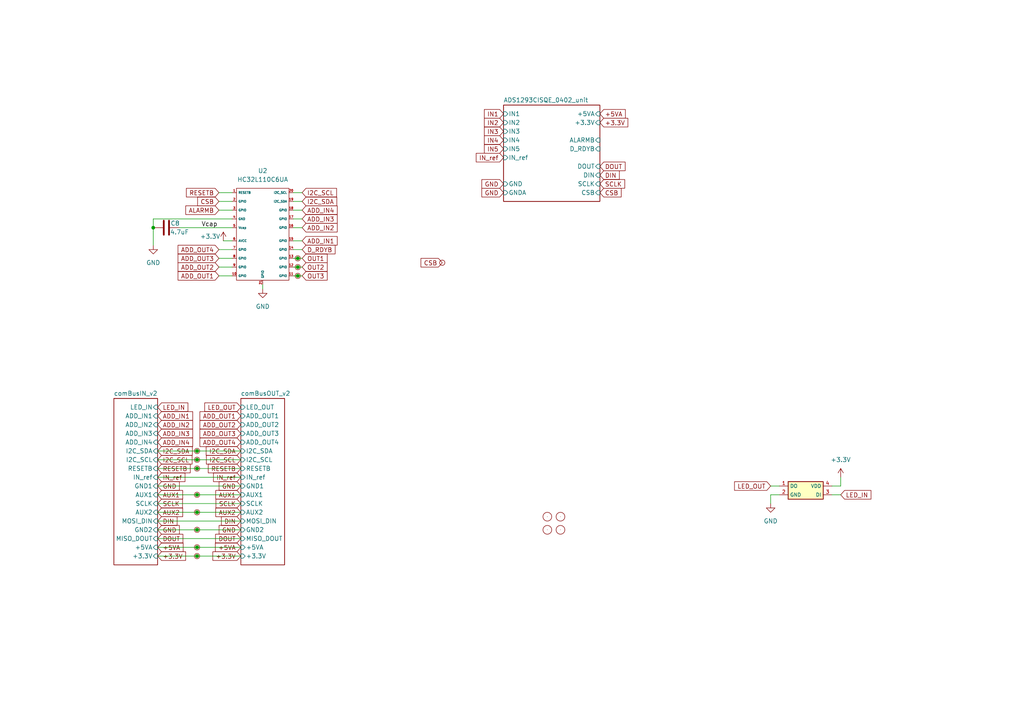
<source format=kicad_sch>
(kicad_sch (version 20230121) (generator eeschema)
  (paper "A4")
  (lib_symbols
    (symbol "Device:C" (pin_numbers hide) (pin_names (offset 0.254))
      (property "Reference" "C" (at 0.635 2.54 0))
      (property "Value" "C" (at 0.635 -2.54 0))
      (symbol "C_0_1"
        (polyline (pts (xy -2.032 -0.762) (xy 2.032 -0.762)) (stroke (width 0.508)))
        (polyline (pts (xy -2.032 0.762) (xy 2.032 0.762)) (stroke (width 0.508)))
      )
      (symbol "C_1_1"
        (pin passive line (at 0 3.81 270) (length 2.794) (name "~") (number "1"))
        (pin passive line (at 0 -3.81 90) (length 2.794) (name "~") (number "2"))
      )
    )
    (symbol "TestPoint_5" (pin_numbers hide) (pin_names (offset 0.762) hide)
      (property "Reference" "TP" (at 0 6.858 0))
      (property "Value" "TestPoint_5" (at 0 5.08 0))
      (symbol "TestPoint_5_0_1"
        (circle (center 0 0) (radius 0.762))
      )
      (symbol "TestPoint_5_1_1"
        (pin passive line (at 0 0 90) (length 0) (name "1") (number "1"))
      )
    )
    (symbol "TestPoint_7" (pin_numbers hide) (pin_names (offset 0.762) hide)
      (property "Reference" "TP" (at 0 6.858 0))
      (property "Value" "TestPoint_7" (at 0 5.08 0))
      (symbol "TestPoint_7_0_1"
        (circle (center 0 0) (radius 0.762))
      )
      (symbol "TestPoint_7_1_1"
        (pin passive line (at 0 0 90) (length 0) (name "1") (number "1"))
      )
    )
    (symbol "XHSC:HC32L110C6UA"
      (property "Reference" "U" (at 0 3.81 0))
      (property "Value" "HC32L110C6UA" (at 0 1.27 0))
      (symbol "HC32L110C6UA_0_1"
        (rectangle (start 0 0) (end 15.24 -26.67))
      )
      (symbol "HC32L110C6UA_1_1"
        (pin input line (at -1.27 -1.27 0) (length 1.27) (name "P00") (number "1") (alternate "GPIO" input line) (alternate "RESETB" input line))
        (pin input line (at -1.27 -25.4 0) (length 1.27) (name "P23") (number "10") (alternate "GPIO" input line))
        (pin input line (at 16.51 -25.4 180) (length 1.27) (name "P24") (number "11") (alternate "GPIO" input line))
        (pin input line (at 16.51 -22.86 180) (length 1.27) (name "P25") (number "12") (alternate "GPIO" input line) (alternate "I2C_SDA" input line))
        (pin input line (at 16.51 -20.32 180) (length 1.27) (name "P26") (number "13") (alternate "GPIO" input line) (alternate "I2C_SCL" input line))
        (pin input line (at 16.51 -17.78 180) (length 1.27) (name "P27") (number "14") (alternate "GPIO" input line))
        (pin input line (at 16.51 -15.24 180) (length 1.27) (name "P31") (number "15") (alternate "GPIO" input line))
        (pin input line (at 16.51 -11.43 180) (length 1.27) (name "P32") (number "16") (alternate "GPIO" input line))
        (pin input line (at 16.51 -8.89 180) (length 1.27) (name "P33") (number "17") (alternate "GPIO" input line))
        (pin input line (at 16.51 -6.35 180) (length 1.27) (name "P34") (number "18") (alternate "GPIO" input line))
        (pin input line (at 16.51 -3.81 180) (length 1.27) (name "P35") (number "19") (alternate "GPIO" input line) (alternate "I2C_SDA" input line))
        (pin input line (at -1.27 -3.81 0) (length 1.27) (name "P01") (number "2") (alternate "GPIO" input line) (alternate "I2C_SDA" input line))
        (pin input line (at 16.51 -1.27 180) (length 1.27) (name "P36") (number "20") (alternate "GPIO" input line) (alternate "I2C_SCL" input line))
        (pin input line (at 7.62 -27.94 90) (length 1.27) (name "EPAD") (number "21") (alternate "GPIO" input line) (alternate "RESETB" input line))
        (pin input line (at -1.27 -6.35 0) (length 1.27) (name "P02") (number "3") (alternate "GPIO" input line) (alternate "I2C_SCL" input line))
        (pin power_in line (at -1.27 -8.89 0) (length 1.27) (name "AVSS") (number "4") (alternate "GND" power_in line))
        (pin input line (at -1.27 -11.43 0) (length 1.27) (name "Vcap") (number "5"))
        (pin power_in line (at -1.27 -15.24 0) (length 1.27) (name "AVCC") (number "6"))
        (pin input line (at -1.27 -17.78 0) (length 1.27) (name "P03") (number "7") (alternate "GPIO" input line))
        (pin input line (at -1.27 -20.32 0) (length 1.27) (name "P15") (number "8") (alternate "GPIO" input line) (alternate "I2C_SDA" input line))
        (pin input line (at -1.27 -22.86 0) (length 1.27) (name "P14") (number "9") (alternate "GPIO" input line) (alternate "I2C_SCL" input line))
      )
    )
    (symbol "custom:TestPoint" (pin_numbers hide) (pin_names (offset 0.762) hide)
      (property "Reference" "TP" (at 0 6.858 0))
      (property "Value" "TestPoint" (at 0 5.08 0))
      (symbol "TestPoint_0_1"
        (circle (center 0 0) (radius 0.762))
      )
      (symbol "TestPoint_1_1"
        (pin passive line (at 0 0 90) (length 0) (name "1") (number "1"))
      )
    )
    (symbol "custom:WS2812-2020"
      (property "Reference" "U" (at 2.54 2.54 0))
      (property "Value" "WS2812-2020" (at 7.62 -5.08 0))
      (symbol "WS2812-2020_0_0"
        (rectangle (start 2.54 1.27) (end 12.7 -3.81) (stroke (width 0.254)) (fill (type background)))
      )
      (symbol "WS2812-2020_1_1"
        (pin input line (at 0 0 0) (length 2.54) (name "DO") (number "1"))
        (pin power_in line (at 0 -2.54 0) (length 2.54) (name "GND") (number "2"))
        (pin output line (at 15.24 -2.54 180) (length 2.54) (name "DI") (number "3"))
        (pin power_in line (at 15.24 0 180) (length 2.54) (name "VDD") (number "4"))
      )
    )
    (symbol "custom:smd_insert" (pin_numbers hide) (pin_names (offset 0) hide)
      (symbol "smd_insert_0_1"
        (circle (center 0 0) (radius 1.27))
      )
      (symbol "smd_insert_1_1"
        (pin power_in line (at 0 0 180) (length 0) (name "conn") (number "1"))
      )
    )
    (symbol "power:+3.3V" (power) (pin_names (offset 0))
      (property "Value" "+3.3V" (at 0 3.556 0))
      (symbol "+3.3V_0_1"
        (polyline (pts (xy -0.762 1.27) (xy 0 2.54)))
        (polyline (pts (xy 0 0) (xy 0 2.54)))
        (polyline (pts (xy 0 2.54) (xy 0.762 1.27)))
      )
      (symbol "+3.3V_1_1"
        (pin power_in line (at 0 0 90) (length 0) hide (name "+3.3V") (number "1"))
      )
    )
    (symbol "power:GND" (power) (pin_names (offset 0))
      (property "Value" "GND" (at 0 -3.81 0))
      (symbol "GND_0_1"
        (polyline (pts (xy 0 0) (xy 0 -1.27) (xy 1.27 -1.27) (xy 0 -2.54) (xy -1.27 -1.27) (xy 0 -1.27)))
      )
      (symbol "GND_1_1"
        (pin power_in line (at 0 0 270) (length 0) hide (name "GND") (number "1"))
      )
    )
  )
  (junction (at 57.15 148.59))
  (junction (at 57.15 161.29))
  (junction (at 57.15 130.81))
  (junction (at 57.15 153.67))
  (junction (at 86.36 74.93))
  (junction (at 57.15 143.51))
  (junction (at 57.15 158.75))
  (junction (at 86.36 77.47))
  (junction (at 86.36 80.01))
  (junction (at 44.45 66.04))
  (junction (at 57.15 133.35))
  (junction (at 57.15 135.89))
  (wire (pts (xy 241.3 140.97) (xy 243.84 140.97)))
  (wire (pts (xy 67.31 63.5) (xy 44.45 63.5)))
  (wire (pts (xy 243.84 143.51) (xy 241.3 143.51)))
  (wire (pts (xy 45.72 158.75) (xy 57.15 158.75)))
  (wire (pts (xy 86.36 80.01) (xy 85.09 80.01)))
  (wire (pts (xy 64.77 69.85) (xy 67.31 69.85)))
  (wire (pts (xy 87.63 58.42) (xy 85.09 58.42)))
  (wire (pts (xy 45.72 148.59) (xy 57.15 148.59)))
  (wire (pts (xy 45.72 135.89) (xy 57.15 135.89)))
  (wire (pts (xy 63.5 77.47) (xy 67.31 77.47)))
  (wire (pts (xy 57.15 130.81) (xy 69.85 130.81)))
  (wire (pts (xy 45.72 138.43) (xy 69.85 138.43)))
  (wire (pts (xy 52.07 66.04) (xy 67.31 66.04)))
  (wire (pts (xy 45.72 151.13) (xy 69.85 151.13)))
  (wire (pts (xy 87.63 66.04) (xy 85.09 66.04)))
  (wire (pts (xy 63.5 60.96) (xy 67.31 60.96)))
  (wire (pts (xy 87.63 80.01) (xy 86.36 80.01)))
  (wire (pts (xy 63.5 55.88) (xy 67.31 55.88)))
  (wire (pts (xy 45.72 130.81) (xy 57.15 130.81)))
  (wire (pts (xy 87.63 60.96) (xy 85.09 60.96)))
  (wire (pts (xy 57.15 158.75) (xy 69.85 158.75)))
  (wire (pts (xy 44.45 63.5) (xy 44.45 66.04)))
  (wire (pts (xy 223.52 143.51) (xy 223.52 146.05)))
  (wire (pts (xy 87.63 63.5) (xy 85.09 63.5)))
  (wire (pts (xy 57.15 133.35) (xy 69.85 133.35)))
  (wire (pts (xy 57.15 148.59) (xy 69.85 148.59)))
  (wire (pts (xy 45.72 156.21) (xy 69.85 156.21)))
  (wire (pts (xy 86.36 74.93) (xy 85.09 74.93)))
  (wire (pts (xy 76.2 83.82) (xy 76.2 82.55)))
  (wire (pts (xy 86.36 77.47) (xy 85.09 77.47)))
  (wire (pts (xy 63.5 74.93) (xy 67.31 74.93)))
  (wire (pts (xy 226.06 143.51) (xy 223.52 143.51)))
  (wire (pts (xy 45.72 153.67) (xy 57.15 153.67)))
  (wire (pts (xy 87.63 55.88) (xy 85.09 55.88)))
  (wire (pts (xy 87.63 74.93) (xy 86.36 74.93)))
  (wire (pts (xy 45.72 133.35) (xy 57.15 133.35)))
  (wire (pts (xy 63.5 72.39) (xy 67.31 72.39)))
  (wire (pts (xy 45.72 146.05) (xy 69.85 146.05)))
  (wire (pts (xy 63.5 80.01) (xy 67.31 80.01)))
  (wire (pts (xy 57.15 135.89) (xy 69.85 135.89)))
  (wire (pts (xy 57.15 153.67) (xy 69.85 153.67)))
  (wire (pts (xy 57.15 161.29) (xy 69.85 161.29)))
  (wire (pts (xy 44.45 66.04) (xy 44.45 71.12)))
  (wire (pts (xy 63.5 58.42) (xy 67.31 58.42)))
  (wire (pts (xy 87.63 77.47) (xy 86.36 77.47)))
  (wire (pts (xy 87.63 69.85) (xy 85.09 69.85)))
  (wire (pts (xy 45.72 143.51) (xy 57.15 143.51)))
  (wire (pts (xy 243.84 140.97) (xy 243.84 138.43)))
  (wire (pts (xy 87.63 72.39) (xy 85.09 72.39)))
  (wire (pts (xy 45.72 140.97) (xy 69.85 140.97)))
  (wire (pts (xy 45.72 161.29) (xy 57.15 161.29)))
  (wire (pts (xy 57.15 143.51) (xy 69.85 143.51)))
  (wire (pts (xy 223.52 140.97) (xy 226.06 140.97)))
  (label "Vcap" (at 58.42 66.04 0))
  (global_label "RESETB" (shape input) (at 63.5 55.88 180) (property "Intersheetrefs" "${INTERSHEET_REFS}" (effects hide)))
  (global_label "D_RDYB" (shape input) (at 87.63 72.39 0) (property "Intersheetrefs" "${INTERSHEET_REFS}" (effects hide)))
  (global_label "ALARMB" (shape input) (at 63.5 60.96 180) (property "Intersheetrefs" "${INTERSHEET_REFS}" (effects hide)))
  (global_label "AUX1" (shape input) (at 45.72 143.51 0) (property "Intersheetrefs" "${INTERSHEET_REFS}" (effects hide)))
  (global_label "IN1" (shape input) (at 146.05 33.02 180) (property "Intersheetrefs" "${INTERSHEET_REFS}" (effects hide)))
  (global_label "DOUT" (shape input) (at 45.72 156.21 0) (property "Intersheetrefs" "${INTERSHEET_REFS}" (effects hide)))
  (global_label "I2C_SCL" (shape input) (at 87.63 55.88 0) (property "Intersheetrefs" "${INTERSHEET_REFS}" (effects hide)))
  (global_label "RESETB" (shape input) (at 69.85 135.89 180) (property "Intersheetrefs" "${INTERSHEET_REFS}" (effects hide)))
  (global_label "OUT1" (shape input) (at 87.63 74.93 0) (property "Intersheetrefs" "${INTERSHEET_REFS}" (effects hide)))
  (global_label "LED_OUT" (shape input) (at 223.52 140.97 180) (property "Intersheetrefs" "${INTERSHEET_REFS}" (effects hide)))
  (global_label "GND" (shape input) (at 146.05 53.34 180) (property "Intersheetrefs" "${INTERSHEET_REFS}" (effects hide)))
  (global_label "DIN" (shape input) (at 45.72 151.13 0) (property "Intersheetrefs" "${INTERSHEET_REFS}" (effects hide)))
  (global_label "IN_ref" (shape input) (at 69.85 138.43 180) (property "Intersheetrefs" "${INTERSHEET_REFS}" (effects hide)))
  (global_label "LED_IN" (shape input) (at 45.72 118.11 0) (property "Intersheetrefs" "${INTERSHEET_REFS}" (effects hide)))
  (global_label "GND" (shape input) (at 146.05 55.88 180) (property "Intersheetrefs" "${INTERSHEET_REFS}" (effects hide)))
  (global_label "I2C_SDA" (shape input) (at 45.72 130.81 0) (property "Intersheetrefs" "${INTERSHEET_REFS}" (effects hide)))
  (global_label "I2C_SDA" (shape input) (at 87.63 58.42 0) (property "Intersheetrefs" "${INTERSHEET_REFS}" (effects hide)))
  (global_label "ADD_IN1" (shape input) (at 45.72 120.65 0) (property "Intersheetrefs" "${INTERSHEET_REFS}" (effects hide)))
  (global_label "AUX1" (shape input) (at 69.85 143.51 180) (property "Intersheetrefs" "${INTERSHEET_REFS}" (effects hide)))
  (global_label "ADD_OUT1" (shape input) (at 63.5 80.01 180) (property "Intersheetrefs" "${INTERSHEET_REFS}" (effects hide)))
  (global_label "LED_IN" (shape input) (at 243.84 143.51 0) (property "Intersheetrefs" "${INTERSHEET_REFS}" (effects hide)))
  (global_label "IN5" (shape input) (at 146.05 43.18 180) (property "Intersheetrefs" "${INTERSHEET_REFS}" (effects hide)))
  (global_label "GND" (shape input) (at 45.72 153.67 0) (property "Intersheetrefs" "${INTERSHEET_REFS}" (effects hide)))
  (global_label "ADD_OUT2" (shape input) (at 63.5 77.47 180) (property "Intersheetrefs" "${INTERSHEET_REFS}" (effects hide)))
  (global_label "OUT2" (shape input) (at 87.63 77.47 0) (property "Intersheetrefs" "${INTERSHEET_REFS}" (effects hide)))
  (global_label "+3.3V" (shape input) (at 173.99 35.56 0) (property "Intersheetrefs" "${INTERSHEET_REFS}" (effects hide)))
  (global_label "+3.3V" (shape input) (at 69.85 161.29 180) (property "Intersheetrefs" "${INTERSHEET_REFS}" (effects hide)))
  (global_label "AUX2" (shape input) (at 69.85 148.59 180) (property "Intersheetrefs" "${INTERSHEET_REFS}" (effects hide)))
  (global_label "AUX2" (shape input) (at 45.72 148.59 0) (property "Intersheetrefs" "${INTERSHEET_REFS}" (effects hide)))
  (global_label "I2C_SCL" (shape input) (at 69.85 133.35 180) (property "Intersheetrefs" "${INTERSHEET_REFS}" (effects hide)))
  (global_label "ADD_OUT4" (shape input) (at 63.5 72.39 180) (property "Intersheetrefs" "${INTERSHEET_REFS}" (effects hide)))
  (global_label "OUT3" (shape input) (at 87.63 80.01 0) (property "Intersheetrefs" "${INTERSHEET_REFS}" (effects hide)))
  (global_label "ADD_IN2" (shape input) (at 87.63 66.04 0) (property "Intersheetrefs" "${INTERSHEET_REFS}" (effects hide)))
  (global_label "RESETB" (shape input) (at 45.72 135.89 0) (property "Intersheetrefs" "${INTERSHEET_REFS}" (effects hide)))
  (global_label "DOUT" (shape input) (at 69.85 156.21 180) (property "Intersheetrefs" "${INTERSHEET_REFS}" (effects hide)))
  (global_label "IN2" (shape input) (at 146.05 35.56 180) (property "Intersheetrefs" "${INTERSHEET_REFS}" (effects hide)))
  (global_label "LED_OUT" (shape input) (at 69.85 118.11 180) (property "Intersheetrefs" "${INTERSHEET_REFS}" (effects hide)))
  (global_label "SCLK" (shape input) (at 45.72 146.05 0) (property "Intersheetrefs" "${INTERSHEET_REFS}" (effects hide)))
  (global_label "DIN" (shape input) (at 173.99 50.8 0) (property "Intersheetrefs" "${INTERSHEET_REFS}" (effects hide)))
  (global_label "IN3" (shape input) (at 146.05 38.1 180) (property "Intersheetrefs" "${INTERSHEET_REFS}" (effects hide)))
  (global_label "DOUT" (shape input) (at 173.99 48.26 0) (property "Intersheetrefs" "${INTERSHEET_REFS}" (effects hide)))
  (global_label "+5VA" (shape input) (at 45.72 158.75 0) (property "Intersheetrefs" "${INTERSHEET_REFS}" (effects hide)))
  (global_label "ADD_IN3" (shape input) (at 45.72 125.73 0) (property "Intersheetrefs" "${INTERSHEET_REFS}" (effects hide)))
  (global_label "ADD_IN2" (shape input) (at 45.72 123.19 0) (property "Intersheetrefs" "${INTERSHEET_REFS}" (effects hide)))
  (global_label "+5VA" (shape input) (at 173.99 33.02 0) (property "Intersheetrefs" "${INTERSHEET_REFS}" (effects hide)))
  (global_label "CSB" (shape input) (at 63.5 58.42 180) (property "Intersheetrefs" "${INTERSHEET_REFS}" (effects hide)))
  (global_label "GND" (shape input) (at 45.72 140.97 0) (property "Intersheetrefs" "${INTERSHEET_REFS}" (effects hide)))
  (global_label "CSB" (shape input) (at 173.99 55.88 0) (property "Intersheetrefs" "${INTERSHEET_REFS}" (effects hide)))
  (global_label "ADD_OUT4" (shape input) (at 69.85 128.27 180) (property "Intersheetrefs" "${INTERSHEET_REFS}" (effects hide)))
  (global_label "DIN" (shape input) (at 69.85 151.13 180) (property "Intersheetrefs" "${INTERSHEET_REFS}" (effects hide)))
  (global_label "IN_ref" (shape input) (at 45.72 138.43 0) (property "Intersheetrefs" "${INTERSHEET_REFS}" (effects hide)))
  (global_label "CSB" (shape input) (at 128.27 76.2 180) (property "Intersheetrefs" "${INTERSHEET_REFS}" (effects hide)))
  (global_label "I2C_SCL" (shape input) (at 45.72 133.35 0) (property "Intersheetrefs" "${INTERSHEET_REFS}" (effects hide)))
  (global_label "ADD_IN4" (shape input) (at 45.72 128.27 0) (property "Intersheetrefs" "${INTERSHEET_REFS}" (effects hide)))
  (global_label "ADD_OUT1" (shape input) (at 69.85 120.65 180) (property "Intersheetrefs" "${INTERSHEET_REFS}" (effects hide)))
  (global_label "GND" (shape input) (at 69.85 140.97 180) (property "Intersheetrefs" "${INTERSHEET_REFS}" (effects hide)))
  (global_label "SCLK" (shape input) (at 69.85 146.05 180) (property "Intersheetrefs" "${INTERSHEET_REFS}" (effects hide)))
  (global_label "+3.3V" (shape input) (at 45.72 161.29 0) (property "Intersheetrefs" "${INTERSHEET_REFS}" (effects hide)))
  (global_label "I2C_SDA" (shape input) (at 69.85 130.81 180) (property "Intersheetrefs" "${INTERSHEET_REFS}" (effects hide)))
  (global_label "IN_ref" (shape input) (at 146.05 45.72 180) (property "Intersheetrefs" "${INTERSHEET_REFS}" (effects hide)))
  (global_label "ADD_IN4" (shape input) (at 87.63 60.96 0) (property "Intersheetrefs" "${INTERSHEET_REFS}" (effects hide)))
  (global_label "ADD_OUT3" (shape input) (at 63.5 74.93 180) (property "Intersheetrefs" "${INTERSHEET_REFS}" (effects hide)))
  (global_label "ADD_OUT3" (shape input) (at 69.85 125.73 180) (property "Intersheetrefs" "${INTERSHEET_REFS}" (effects hide)))
  (global_label "ADD_OUT2" (shape input) (at 69.85 123.19 180) (property "Intersheetrefs" "${INTERSHEET_REFS}" (effects hide)))
  (global_label "IN4" (shape input) (at 146.05 40.64 180) (property "Intersheetrefs" "${INTERSHEET_REFS}" (effects hide)))
  (global_label "+5VA" (shape input) (at 69.85 158.75 180) (property "Intersheetrefs" "${INTERSHEET_REFS}" (effects hide)))
  (global_label "ADD_IN1" (shape input) (at 87.63 69.85 0) (property "Intersheetrefs" "${INTERSHEET_REFS}" (effects hide)))
  (global_label "ADD_IN3" (shape input) (at 87.63 63.5 0) (property "Intersheetrefs" "${INTERSHEET_REFS}" (effects hide)))
  (global_label "GND" (shape input) (at 69.85 153.67 180) (property "Intersheetrefs" "${INTERSHEET_REFS}" (effects hide)))
  (global_label "SCLK" (shape input) (at 173.99 53.34 0) (property "Intersheetrefs" "${INTERSHEET_REFS}" (effects hide)))
  (symbol (lib_name "TestPoint_7") (lib_id "custom:TestPoint") (at 86.36 77.47 270) (unit 1)
    (property "Reference" "TP3" (effects hide))
    (property "Value" "TP_SDA" (effects hide))
    (property "Footprint" "00_custom-footprints:TestPoint_Pad_D1.0mm" (effects hide))
  )
  (symbol (lib_id "custom:WS2812-2020") (at 226.06 140.97 0) (unit 1)
    (property "Reference" "LED1" (effects hide))
    (property "Value" "WS2812-2020" (effects hide))
    (property "Footprint" "00_custom-footprints:WS2812-2020" (effects hide))
  )
  (symbol (lib_id "custom:TestPoint") (at 57.15 135.89 270) (unit 1)
    (property "Reference" "TP7" (effects hide))
    (property "Value" "TP_AUX2" (effects hide))
    (property "Footprint" "00_custom-footprints:TestPoint_Pad_D1.0mm" (effects hide))
  )
  (symbol (lib_name "TestPoint_7") (lib_id "custom:TestPoint") (at 57.15 153.67 270) (unit 1)
    (property "Reference" "TP10" (effects hide))
    (property "Value" "TP_SDA" (effects hide))
    (property "Footprint" "00_custom-footprints:TestPoint_Pad_D1.0mm" (effects hide))
  )
  (symbol (lib_id "custom:TestPoint") (at 57.15 148.59 270) (unit 1)
    (property "Reference" "TP8" (effects hide))
    (property "Value" "TP_AUX3" (effects hide))
    (property "Footprint" "00_custom-footprints:TestPoint_Pad_D1.0mm" (effects hide))
  )
  (symbol (lib_id "custom:TestPoint") (at 128.27 76.2 270) (unit 1)
    (property "Reference" "TP1" (effects hide))
    (property "Value" "TP_SDA" (effects hide))
    (property "Footprint" "00_custom-footprints:TestPoint_Pad_D1.0mm" (effects hide))
  )
  (symbol (lib_id "power:GND") (at 44.45 71.12 0) (unit 1)
    (property "Reference" "#PWR0111" (effects hide))
    (property "Value" "GND" (at 44.45 76.2 0))
  )
  (symbol (lib_id "custom:smd_insert") (at 158.75 153.67 0) (unit 1)
    (property "Reference" "I2" (effects hide))
    (property "Value" "smd_insert" (effects hide))
    (property "Footprint" "00_custom-footprints:insert_1.2mm" (effects hide))
  )
  (symbol (lib_id "custom:smd_insert") (at 158.75 149.86 0) (unit 1)
    (property "Reference" "I1" (effects hide))
    (property "Value" "smd_insert" (effects hide))
    (property "Footprint" "00_custom-footprints:insert_1.2mm" (effects hide))
  )
  (symbol (lib_id "custom:TestPoint") (at 57.15 158.75 270) (unit 1)
    (property "Reference" "TP11" (effects hide))
    (property "Value" "TP_AUX2" (effects hide))
    (property "Footprint" "00_custom-footprints:TestPoint_Pad_D1.0mm" (effects hide))
  )
  (symbol (lib_id "power:GND") (at 223.52 146.05 0) (unit 1)
    (property "Reference" "#PWR05" (effects hide))
    (property "Value" "GND" (at 223.52 151.13 0))
  )
  (symbol (lib_name "TestPoint_7") (lib_id "custom:TestPoint") (at 86.36 74.93 270) (unit 1)
    (property "Reference" "TP2" (effects hide))
    (property "Value" "TP_SDA" (effects hide))
    (property "Footprint" "00_custom-footprints:TestPoint_Pad_D1.0mm" (effects hide))
  )
  (symbol (lib_id "power:GND") (at 76.2 83.82 0) (unit 1)
    (property "Reference" "#PWR0105" (effects hide))
    (property "Value" "GND" (at 76.2 88.9 0))
  )
  (symbol (lib_id "power:+3.3V") (at 64.77 69.85 0) (unit 1)
    (property "Reference" "#PWR0110" (effects hide))
    (property "Value" "+3.3V" (at 60.96 68.58 0))
  )
  (symbol (lib_id "custom:TestPoint") (at 57.15 143.51 270) (unit 1)
    (property "Reference" "TP6" (effects hide))
    (property "Value" "TP_AUX1" (effects hide))
    (property "Footprint" "00_custom-footprints:TestPoint_Pad_D1.0mm" (effects hide))
  )
  (symbol (lib_id "custom:smd_insert") (at 162.56 149.86 0) (unit 1)
    (property "Reference" "I3" (effects hide))
    (property "Value" "smd_insert" (effects hide))
    (property "Footprint" "00_custom-footprints:insert_1.2mm" (effects hide))
  )
  (symbol (lib_id "XHSC:HC32L110C6UA") (at 68.58 54.61 0) (unit 1)
    (property "Reference" "U2" (at 76.2 49.53 0))
    (property "Value" "HC32L110C6UA" (at 76.2 52.07 0))
    (property "Footprint" "00_custom-footprints:QFN-20-1EP_3x3mm_P0.4mm_EP1.4x1.4mm" (effects hide))
    (property "Datasheet" "https://datasheet.lcsc.com/lcsc/2206131716_XHSC-HC32L110B6YA-CSP16TR_C840729.pdf" (effects hide))
    (pin "1" (alternate "RESETB"))
    (pin "10" (alternate "GPIO"))
    (pin "11" (alternate "GPIO"))
    (pin "12" (alternate "GPIO"))
    (pin "13" (alternate "GPIO"))
    (pin "14" (alternate "GPIO"))
    (pin "15" (alternate "GPIO"))
    (pin "16" (alternate "GPIO"))
    (pin "17" (alternate "GPIO"))
    (pin "18" (alternate "GPIO"))
    (pin "19" (alternate "I2C_SDA"))
    (pin "2" (alternate "GPIO"))
    (pin "20" (alternate "I2C_SCL"))
    (pin "21" (alternate "GPIO"))
    (pin "3" (alternate "GPIO"))
    (pin "4" (alternate "GND"))
    (pin "7" (alternate "GPIO"))
    (pin "8" (alternate "GPIO"))
    (pin "9" (alternate "GPIO"))
  )
  (symbol (lib_id "Device:C") (at 48.26 66.04 90) (unit 1)
    (property "Reference" "C8" (at 50.8 64.77 90))
    (property "Value" "4.7uF" (at 52.07 67.31 90))
    (property "Footprint" "Capacitor_SMD:C_0402_1005Metric" (effects hide))
  )
  (symbol (lib_name "TestPoint_7") (lib_id "custom:TestPoint") (at 86.36 80.01 270) (unit 1)
    (property "Reference" "TP9" (effects hide))
    (property "Value" "TP_SDA" (effects hide))
    (property "Footprint" "00_custom-footprints:TestPoint_Pad_D1.0mm" (effects hide))
  )
  (symbol (lib_id "power:+3.3V") (at 243.84 138.43 0) (unit 1)
    (property "Reference" "#PWR04" (effects hide))
    (property "Value" "+3.3V" (at 243.84 133.35 0))
  )
  (symbol (lib_id "custom:smd_insert") (at 162.56 153.67 0) (unit 1)
    (property "Reference" "I4" (effects hide))
    (property "Value" "smd_insert" (effects hide))
    (property "Footprint" "00_custom-footprints:insert_1.2mm" (effects hide))
  )
  (symbol (lib_id "custom:TestPoint") (at 57.15 130.81 270) (unit 1)
    (property "Reference" "TP4" (effects hide))
    (property "Value" "TP_SDA" (effects hide))
    (property "Footprint" "00_custom-footprints:TestPoint_Pad_D1.0mm" (effects hide))
  )
  (symbol (lib_id "custom:TestPoint") (at 57.15 161.29 270) (unit 1)
    (property "Reference" "TP12" (effects hide))
    (property "Value" "TP_AUX2" (effects hide))
    (property "Footprint" "00_custom-footprints:TestPoint_Pad_D1.0mm" (effects hide))
  )
  (symbol (lib_name "TestPoint_5") (lib_id "custom:TestPoint") (at 57.15 133.35 270) (unit 1)
    (property "Reference" "TP5" (effects hide))
    (property "Value" "TP_SCL" (effects hide))
    (property "Footprint" "00_custom-footprints:TestPoint_Pad_D1.0mm" (effects hide))
  )
  (sheet (at 146.05 30.48) (size 27.94 27.94) (stroke (width 0.1524))
    (property "Sheetname" "ADS1293CISQE_0402_unit" (at 146.05 29.7684 0) (effects (justify left bottom)))
    (property "Sheetfile" "../../units/ADS1293CISQE_0402_unit.kicad_sch" (effects hide))
    (pin "GNDA" input (at 146.05 55.88 180))
    (pin "+5VA" input (at 173.99 33.02 0))
    (pin "GND" input (at 146.05 53.34 180))
    (pin "+3.3V" input (at 173.99 35.56 0))
    (pin "DIN" input (at 173.99 50.8 0))
    (pin "SCLK" input (at 173.99 53.34 0))
    (pin "DOUT" input (at 173.99 48.26 0))
    (pin "D_RDYB" input (at 173.99 43.18 0))
    (pin "ALARMB" input (at 173.99 40.64 0))
    (pin "IN_ref" input (at 146.05 45.72 180))
    (pin "IN5" input (at 146.05 43.18 180))
    (pin "IN3" input (at 146.05 38.1 180))
    (pin "IN1" input (at 146.05 33.02 180))
    (pin "IN2" input (at 146.05 35.56 180))
    (pin "IN4" input (at 146.05 40.64 180))
    (pin "CSB" input (at 173.99 55.88 0))
  )
  (sheet (at 33.02 115.57) (size 12.7 48.26) (stroke (width 0.1524))
    (property "Sheetname" "comBusIN_v2" (at 33.02 114.8584 0) (effects (justify left bottom)))
    (property "Sheetfile" "comBusIN_v2.kicad_sch" (effects hide))
    (pin "GND2" input (at 45.72 153.67 0))
    (pin "+3.3V" input (at 45.72 161.29 0))
    (pin "+5VA" input (at 45.72 158.75 0))
    (pin "AUX2" input (at 45.72 148.59 0))
    (pin "MOSI_DIN" input (at 45.72 151.13 0))
    (pin "MISO_DOUT" input (at 45.72 156.21 0))
    (pin "ADD_IN3" input (at 45.72 125.73 0))
    (pin "I2C_SDA" input (at 45.72 130.81 0))
    (pin "ADD_IN2" input (at 45.72 123.19 0))
    (pin "I2C_SCL" input (at 45.72 133.35 0))
    (pin "ADD_IN1" input (at 45.72 120.65 0))
    (pin "ADD_IN4" input (at 45.72 128.27 0))
    (pin "AUX1" input (at 45.72 143.51 0))
    (pin "RESETB" input (at 45.72 135.89 0))
    (pin "IN_ref" input (at 45.72 138.43 0))
    (pin "GND1" input (at 45.72 140.97 0))
    (pin "SCLK" input (at 45.72 146.05 0))
    (pin "LED_IN" input (at 45.72 118.11 0))
  )
  (sheet (at 69.85 115.57) (size 12.7 48.26) (stroke (width 0.1524))
    (property "Sheetname" "comBusOUT_v2" (at 69.85 114.8584 0) (effects (justify left bottom)))
    (property "Sheetfile" "comBusOUT_v2.kicad_sch" (effects hide))
    (pin "ADD_OUT4" input (at 69.85 128.27 180))
    (pin "LED_OUT" input (at 69.85 118.11 180))
    (pin "ADD_OUT3" input (at 69.85 125.73 180))
    (pin "ADD_OUT2" input (at 69.85 123.19 180))
    (pin "ADD_OUT1" input (at 69.85 120.65 180))
    (pin "+3.3V" input (at 69.85 161.29 180))
    (pin "MISO_DOUT" input (at 69.85 156.21 180))
    (pin "MOSI_DIN" input (at 69.85 151.13 180))
    (pin "GND2" input (at 69.85 153.67 180))
    (pin "SCLK" input (at 69.85 146.05 180))
    (pin "+5VA" input (at 69.85 158.75 180))
    (pin "AUX2" input (at 69.85 148.59 180))
    (pin "AUX1" input (at 69.85 143.51 180))
    (pin "GND1" input (at 69.85 140.97 180))
    (pin "IN_ref" input (at 69.85 138.43 180))
    (pin "RESETB" input (at 69.85 135.89 180))
    (pin "I2C_SCL" input (at 69.85 133.35 180))
    (pin "I2C_SDA" input (at 69.85 130.81 180))
  )
)
</source>
